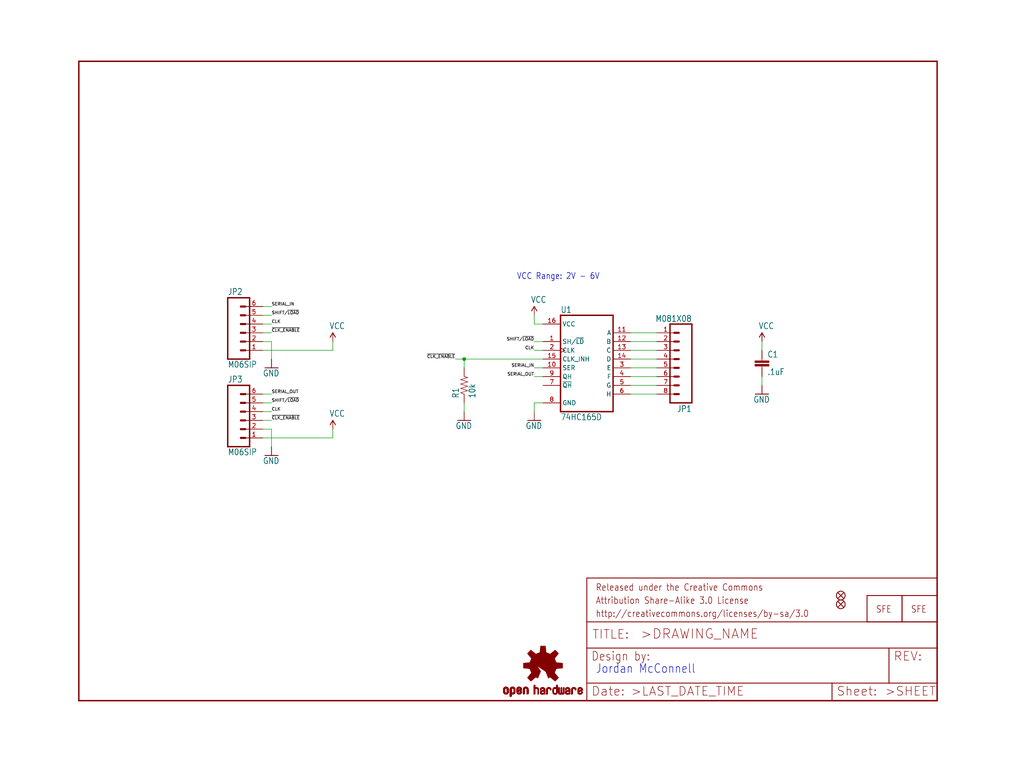
<source format=kicad_sch>
(kicad_sch (version 20211123) (generator eeschema)
  (paper "User" 297.002 223.926)
  (lib_symbols
    (symbol "eagleSchem-eagle-import:74165D"
      (property "Value" "74165D" (at -7.62 -15.24 0))
      (symbol "74165D_1_0"
        (pin input line (at -12.7 7.62 0) (length 5.08) (name "SH/~{LD}") (number "1"))
        (pin input line (at -12.7 0 0) (length 5.08) (name "SER") (number "10"))
        (pin tri_state line (at 12.7 10.16 180) (length 5.08) (name "A") (number "11"))
        (pin tri_state line (at 12.7 7.62 180) (length 5.08) (name "B") (number "12"))
        (pin tri_state line (at 12.7 5.08 180) (length 5.08) (name "C") (number "13"))
        (pin tri_state line (at 12.7 2.54 180) (length 5.08) (name "D") (number "14"))
        (pin input line (at -12.7 2.54 0) (length 5.08) (name "CLK_INH") (number "15"))
        (pin power_in line (at -12.7 12.7 0) (length 5.08) (name "VCC") (number "16"))
        (pin input clock (at -12.7 5.08 0) (length 5.08) (name "CLK") (number "2"))
        (pin tri_state line (at 12.7 0 180) (length 5.08) (name "E") (number "3"))
        (pin tri_state line (at 12.7 -2.54 180) (length 5.08) (name "F") (number "4"))
        (pin tri_state line (at 12.7 -5.08 180) (length 5.08) (name "G") (number "5"))
        (pin tri_state line (at 12.7 -7.62 180) (length 5.08) (name "H") (number "6"))
        (pin input line (at -12.7 -5.08 0) (length 5.08) (name "~{QH}") (number "7"))
        (pin power_in line (at -12.7 -10.16 0) (length 5.08) (name "GND") (number "8"))
        (pin tri_state line (at -12.7 -2.54 0) (length 5.08) (name "QH") (number "9"))
      )
    )
    (symbol "eagleSchem-eagle-import:CAP0402-CAP"
      (property "Reference" "C" (at 1.524 2.921 0))
      (property "Value" "CAP0402-CAP" (at 1.524 -2.159 0))
      (symbol "CAP0402-CAP_1_0"
        (pin passive line (at 0 5.08 270) (length 2.54) (name "1") (number "1"))
        (pin passive line (at 0 -2.54 90) (length 2.54) (name "2") (number "2"))
      )
    )
    (symbol "eagleSchem-eagle-import:FIDUCIALUFIDUCIAL")
    (symbol "eagleSchem-eagle-import:FRAME-LETTER"
      (symbol "FRAME-LETTER_2_0"
        (text ">DRAWING_NAME" (at 15.494 17.78 0) (effects (font (size 2.7432 2.7432)) (justify left bottom)))
        (text ">LAST_DATE_TIME" (at 12.7 1.27 0) (effects (font (size 2.54 2.54)) (justify left bottom)))
        (text ">SHEET" (at 86.36 1.27 0) (effects (font (size 2.54 2.54)) (justify left bottom)))
        (text "Attribution Share-Alike 3.0 License" (at 2.54 27.94 0) (effects (font (size 1.9304 1.6408)) (justify left bottom)))
        (text "Date:" (at 1.27 1.27 0) (effects (font (size 2.54 2.54)) (justify left bottom)))
        (text "Design by:" (at 1.27 11.43 0) (effects (font (size 2.54 2.159)) (justify left bottom)))
        (text "http://creativecommons.org/licenses/by-sa/3.0" (at 2.54 24.13 0) (effects (font (size 1.9304 1.6408)) (justify left bottom)))
        (text "Released under the Creative Commons" (at 2.54 31.75 0) (effects (font (size 1.9304 1.6408)) (justify left bottom)))
        (text "REV:" (at 88.9 11.43 0) (effects (font (size 2.54 2.54)) (justify left bottom)))
        (text "Sheet:" (at 72.39 1.27 0) (effects (font (size 2.54 2.54)) (justify left bottom)))
        (text "TITLE:" (at 1.524 17.78 0) (effects (font (size 2.54 2.54)) (justify left bottom)))
      )
    )
    (symbol "eagleSchem-eagle-import:GND" (power)
      (property "Value" "GND" (at -2.54 -2.54 0))
      (symbol "GND_1_0"
        (pin power_in line (at 0 2.54 270) (length 2.54) (name "GND") (number "1"))
      )
    )
    (symbol "eagleSchem-eagle-import:LOGO-SFENEW"
      (symbol "LOGO-SFENEW_1_0"
        (text "SFE" (at 0 0 0) (effects (font (size 1.9304 1.6408)) (justify left bottom)))
      )
    )
    (symbol "eagleSchem-eagle-import:LOGO-SFESK"
      (symbol "LOGO-SFESK_1_0"
        (text "SFE" (at 0 0 0) (effects (font (size 1.9304 1.6408)) (justify left bottom)))
      )
    )
    (symbol "eagleSchem-eagle-import:M06SIP"
      (property "Reference" "JP" (at -5.08 10.922 0))
      (property "Value" "M06SIP" (at -5.08 -10.16 0))
      (symbol "M06SIP_1_0"
        (pin passive line (at 5.08 -5.08 180) (length 5.08) (name "1") (number "1"))
        (pin passive line (at 5.08 -2.54 180) (length 5.08) (name "2") (number "2"))
        (pin passive line (at 5.08 0 180) (length 5.08) (name "3") (number "3"))
        (pin passive line (at 5.08 2.54 180) (length 5.08) (name "4") (number "4"))
        (pin passive line (at 5.08 5.08 180) (length 5.08) (name "5") (number "5"))
        (pin passive line (at 5.08 7.62 180) (length 5.08) (name "6") (number "6"))
      )
    )
    (symbol "eagleSchem-eagle-import:M081X08"
      (property "Reference" "JP" (at -5.08 13.462 0))
      (property "Value" "M081X08" (at -5.08 -12.7 0))
      (symbol "M081X08_1_0"
        (pin passive line (at 5.08 -7.62 180) (length 5.08) (name "1") (number "1"))
        (pin passive line (at 5.08 -5.08 180) (length 5.08) (name "2") (number "2"))
        (pin passive line (at 5.08 -2.54 180) (length 5.08) (name "3") (number "3"))
        (pin passive line (at 5.08 0 180) (length 5.08) (name "4") (number "4"))
        (pin passive line (at 5.08 2.54 180) (length 5.08) (name "5") (number "5"))
        (pin passive line (at 5.08 5.08 180) (length 5.08) (name "6") (number "6"))
        (pin passive line (at 5.08 7.62 180) (length 5.08) (name "7") (number "7"))
        (pin passive line (at 5.08 10.16 180) (length 5.08) (name "8") (number "8"))
      )
    )
    (symbol "eagleSchem-eagle-import:OSHW-LOGOS")
    (symbol "eagleSchem-eagle-import:RESISTOR0402-RES"
      (property "Reference" "R" (at -3.81 1.4986 0))
      (property "Value" "RESISTOR0402-RES" (at -3.81 -3.302 0))
      (symbol "RESISTOR0402-RES_1_0"
        (pin passive line (at -5.08 0 0) (length 2.54) (name "1") (number "1"))
        (pin passive line (at 5.08 0 180) (length 2.54) (name "2") (number "2"))
      )
    )
    (symbol "eagleSchem-eagle-import:VCC" (power)
      (property "Value" "VCC" (at -1.016 3.556 0))
      (symbol "VCC_1_0"
        (pin power_in line (at 0 0 90) (length 2.54) (name "VCC") (number "1"))
      )
    )
  )
  (junction (at 134.62 104.14))
  (wire (pts (xy 76.2 119.38) (xy 78.74 119.38)))
  (wire (pts (xy 96.52 101.6) (xy 76.2 101.6)))
  (wire (pts (xy 96.52 127) (xy 96.52 124.46)))
  (wire (pts (xy 182.88 114.3) (xy 190.5 114.3)))
  (wire (pts (xy 76.2 88.9) (xy 78.74 88.9)))
  (wire (pts (xy 76.2 121.92) (xy 78.74 121.92)))
  (wire (pts (xy 76.2 91.44) (xy 78.74 91.44)))
  (wire (pts (xy 182.88 101.6) (xy 190.5 101.6)))
  (wire (pts (xy 76.2 116.84) (xy 78.74 116.84)))
  (wire (pts (xy 76.2 127) (xy 96.52 127)))
  (wire (pts (xy 182.88 104.14) (xy 190.5 104.14)))
  (wire (pts (xy 76.2 114.3) (xy 78.74 114.3)))
  (wire (pts (xy 96.52 99.06) (xy 96.52 101.6)))
  (wire (pts (xy 154.94 93.98) (xy 154.94 91.44)))
  (wire (pts (xy 76.2 124.46) (xy 78.74 124.46)))
  (wire (pts (xy 182.88 106.68) (xy 190.5 106.68)))
  (wire (pts (xy 134.62 104.14) (xy 132.08 104.14)))
  (wire (pts (xy 78.74 99.06) (xy 76.2 99.06)))
  (wire (pts (xy 78.74 124.46) (xy 78.74 129.54)))
  (wire (pts (xy 76.2 96.52) (xy 78.74 96.52)))
  (wire (pts (xy 157.48 99.06) (xy 154.94 99.06)))
  (wire (pts (xy 134.62 106.68) (xy 134.62 104.14)))
  (wire (pts (xy 157.48 101.6) (xy 154.94 101.6)))
  (wire (pts (xy 182.88 109.22) (xy 190.5 109.22)))
  (wire (pts (xy 220.98 101.6) (xy 220.98 99.06)))
  (wire (pts (xy 76.2 93.98) (xy 78.74 93.98)))
  (wire (pts (xy 154.94 116.84) (xy 157.48 116.84)))
  (wire (pts (xy 157.48 106.68) (xy 154.94 106.68)))
  (wire (pts (xy 78.74 104.14) (xy 78.74 99.06)))
  (wire (pts (xy 154.94 119.38) (xy 154.94 116.84)))
  (wire (pts (xy 134.62 119.38) (xy 134.62 116.84)))
  (wire (pts (xy 157.48 109.22) (xy 154.94 109.22)))
  (wire (pts (xy 182.88 111.76) (xy 190.5 111.76)))
  (wire (pts (xy 157.48 104.14) (xy 134.62 104.14)))
  (wire (pts (xy 157.48 93.98) (xy 154.94 93.98)))
  (wire (pts (xy 182.88 99.06) (xy 190.5 99.06)))
  (wire (pts (xy 220.98 111.76) (xy 220.98 109.22)))
  (wire (pts (xy 182.88 96.52) (xy 190.5 96.52)))
  (text "VCC Range: 2V - 6V" (at 149.86 81.28 180) (effects (font (size 1.778 1.5113)) (justify left bottom)))
  (text "Jordan McConnell" (at 172.72 195.58 180) (effects (font (size 2.54 2.159)) (justify left bottom)))
  (label "SERIAL_OUT" (at 78.74 114.3 0) (effects (font (size 0.889 0.889))))
  (label "SHIFT/~{LOAD}" (at 154.94 99.06 180) (effects (font (size 0.889 0.889))))
  (label "~{CLK_ENABLE}" (at 132.08 104.14 180) (effects (font (size 0.889 0.889))))
  (label "~{CLK_ENABLE}" (at 78.74 96.52 0) (effects (font (size 0.889 0.889))))
  (label "SERIAL_IN" (at 78.74 88.9 0) (effects (font (size 0.889 0.889))))
  (label "SHIFT/~{LOAD}" (at 78.74 116.84 0) (effects (font (size 0.889 0.889))))
  (label "CLK" (at 78.74 119.38 0) (effects (font (size 0.889 0.889))))
  (label "CLK" (at 78.74 93.98 0) (effects (font (size 0.889 0.889))))
  (label "CLK" (at 154.94 101.6 180) (effects (font (size 0.889 0.889))))
  (label "SERIAL_IN" (at 154.94 106.68 180) (effects (font (size 0.889 0.889))))
  (label "~{CLK_ENABLE}" (at 78.74 121.92 0) (effects (font (size 0.889 0.889))))
  (label "SERIAL_OUT" (at 154.94 109.22 180) (effects (font (size 0.889 0.889))))
  (label "SHIFT/~{LOAD}" (at 78.74 91.44 0) (effects (font (size 0.889 0.889))))
  (symbol (lib_id "eagleSchem-eagle-import:CAP0402-CAP") (at 220.98 106.68 0) (unit 1)
    (property "Reference" "C1" (at 222.504 103.759 0) (effects (font (size 1.778 1.5113)) (justify left bottom)))
    (property "Value" ".1uF" (at 222.504 108.839 0) (effects (font (size 1.778 1.5113)) (justify left bottom)))
    (property "Footprint" "eagleSchem:0402-CAP" (effects hide))
  )
  (symbol (lib_id "eagleSchem-eagle-import:FRAME-LETTER") (at 170.18 203.2 0) (unit 2)
    (property "Reference" "FRAME1" (effects hide))
    (property "Value" "FRAME-LETTER" (effects hide))
    (property "Footprint" "eagleSchem:CREATIVE_COMMONS" (effects hide))
  )
  (symbol (lib_id "eagleSchem-eagle-import:VCC") (at 154.94 91.44 0) (unit 1)
    (property "Reference" "#P+1" (effects hide))
    (property "Value" "VCC" (at 153.924 87.884 0) (effects (font (size 1.778 1.5113)) (justify left bottom)))
    (property "Footprint" "eagleSchem:" (effects hide))
  )
  (symbol (lib_id "eagleSchem-eagle-import:GND") (at 134.62 121.92 0) (unit 1)
    (property "Reference" "#GND5" (effects hide))
    (property "Value" "GND" (at 132.08 124.46 0) (effects (font (size 1.778 1.5113)) (justify left bottom)))
    (property "Footprint" "eagleSchem:" (effects hide))
  )
  (symbol (lib_id "eagleSchem-eagle-import:M06SIP") (at 71.12 96.52 0) (unit 1)
    (property "Reference" "JP2" (at 66.04 85.598 0) (effects (font (size 1.778 1.5113)) (justify left bottom)))
    (property "Value" "M06SIP" (at 66.04 106.68 0) (effects (font (size 1.778 1.5113)) (justify left bottom)))
    (property "Footprint" "eagleSchem:1X06" (effects hide))
  )
  (symbol (lib_id "eagleSchem-eagle-import:LOGO-SFENEW") (at 254 177.8 0) (unit 1)
    (property "Reference" "JP5" (effects hide))
    (property "Value" "LOGO-SFENEW" (effects hide))
    (property "Footprint" "eagleSchem:SFE-NEW-WEBLOGO" (effects hide))
  )
  (symbol (lib_id "eagleSchem-eagle-import:VCC") (at 220.98 99.06 0) (unit 1)
    (property "Reference" "#P+4" (effects hide))
    (property "Value" "VCC" (at 219.964 95.504 0) (effects (font (size 1.778 1.5113)) (justify left bottom)))
    (property "Footprint" "eagleSchem:" (effects hide))
  )
  (symbol (lib_id "eagleSchem-eagle-import:FIDUCIALUFIDUCIAL") (at 243.84 172.72 0) (unit 1)
    (property "Reference" "JP6" (effects hide))
    (property "Value" "FIDUCIALUFIDUCIAL" (effects hide))
    (property "Footprint" "eagleSchem:MICRO-FIDUCIAL" (effects hide))
  )
  (symbol (lib_id "eagleSchem-eagle-import:VCC") (at 96.52 99.06 0) (unit 1)
    (property "Reference" "#P+3" (effects hide))
    (property "Value" "VCC" (at 95.504 95.504 0) (effects (font (size 1.778 1.5113)) (justify left bottom)))
    (property "Footprint" "eagleSchem:" (effects hide))
  )
  (symbol (lib_id "eagleSchem-eagle-import:RESISTOR0402-RES") (at 134.62 111.76 90) (unit 1)
    (property "Reference" "R1" (at 133.1214 115.57 0) (effects (font (size 1.778 1.5113)) (justify left bottom)))
    (property "Value" "10k" (at 137.922 115.57 0) (effects (font (size 1.778 1.5113)) (justify left bottom)))
    (property "Footprint" "eagleSchem:0402-RES" (effects hide))
  )
  (symbol (lib_id "eagleSchem-eagle-import:M081X08") (at 195.58 104.14 180) (unit 1)
    (property "Reference" "JP1" (at 200.66 117.602 0) (effects (font (size 1.778 1.5113)) (justify left bottom)))
    (property "Value" "M081X08" (at 200.66 91.44 0) (effects (font (size 1.778 1.5113)) (justify left bottom)))
    (property "Footprint" "eagleSchem:1X08" (effects hide))
  )
  (symbol (lib_id "eagleSchem-eagle-import:74165D") (at 170.18 106.68 0) (unit 1)
    (property "Reference" "U1" (at 162.56 90.805 0) (effects (font (size 1.778 1.5113)) (justify left bottom)))
    (property "Value" "74HC165D" (at 162.56 121.92 0) (effects (font (size 1.778 1.5113)) (justify left bottom)))
    (property "Footprint" "eagleSchem:SO16" (effects hide))
  )
  (symbol (lib_id "eagleSchem-eagle-import:OSHW-LOGOS") (at 157.48 193.04 0) (unit 1)
    (property "Reference" "U$1" (effects hide))
    (property "Value" "OSHW-LOGOS" (effects hide))
    (property "Footprint" "eagleSchem:OSHW-LOGO-S" (effects hide))
  )
  (symbol (lib_id "eagleSchem-eagle-import:VCC") (at 96.52 124.46 0) (unit 1)
    (property "Reference" "#P+2" (effects hide))
    (property "Value" "VCC" (at 95.504 120.904 0) (effects (font (size 1.778 1.5113)) (justify left bottom)))
    (property "Footprint" "eagleSchem:" (effects hide))
  )
  (symbol (lib_id "eagleSchem-eagle-import:M06SIP") (at 71.12 121.92 0) (unit 1)
    (property "Reference" "JP3" (at 66.04 110.998 0) (effects (font (size 1.778 1.5113)) (justify left bottom)))
    (property "Value" "M06SIP" (at 66.04 132.08 0) (effects (font (size 1.778 1.5113)) (justify left bottom)))
    (property "Footprint" "eagleSchem:1X06" (effects hide))
  )
  (symbol (lib_id "eagleSchem-eagle-import:GND") (at 154.94 121.92 0) (unit 1)
    (property "Reference" "#GND1" (effects hide))
    (property "Value" "GND" (at 152.4 124.46 0) (effects (font (size 1.778 1.5113)) (justify left bottom)))
    (property "Footprint" "eagleSchem:" (effects hide))
  )
  (symbol (lib_id "eagleSchem-eagle-import:FRAME-LETTER") (at 22.86 203.2 0) (unit 1)
    (property "Reference" "FRAME1" (effects hide))
    (property "Value" "FRAME-LETTER" (effects hide))
    (property "Footprint" "eagleSchem:CREATIVE_COMMONS" (effects hide))
  )
  (symbol (lib_id "eagleSchem-eagle-import:GND") (at 220.98 114.3 0) (unit 1)
    (property "Reference" "#GND4" (effects hide))
    (property "Value" "GND" (at 218.44 116.84 0) (effects (font (size 1.778 1.5113)) (justify left bottom)))
    (property "Footprint" "eagleSchem:" (effects hide))
  )
  (symbol (lib_id "eagleSchem-eagle-import:LOGO-SFESK") (at 264.16 177.8 0) (unit 1)
    (property "Reference" "JP4" (effects hide))
    (property "Value" "LOGO-SFESK" (effects hide))
    (property "Footprint" "eagleSchem:SFE-LOGO-FLAME" (effects hide))
  )
  (symbol (lib_id "eagleSchem-eagle-import:GND") (at 78.74 106.68 0) (unit 1)
    (property "Reference" "#GND3" (effects hide))
    (property "Value" "GND" (at 76.2 109.22 0) (effects (font (size 1.778 1.5113)) (justify left bottom)))
    (property "Footprint" "eagleSchem:" (effects hide))
  )
  (symbol (lib_id "eagleSchem-eagle-import:GND") (at 78.74 132.08 0) (unit 1)
    (property "Reference" "#GND2" (effects hide))
    (property "Value" "GND" (at 76.2 134.62 0) (effects (font (size 1.778 1.5113)) (justify left bottom)))
    (property "Footprint" "eagleSchem:" (effects hide))
  )
  (symbol (lib_id "eagleSchem-eagle-import:FIDUCIALUFIDUCIAL") (at 243.84 175.26 0) (unit 1)
    (property "Reference" "JP7" (effects hide))
    (property "Value" "FIDUCIALUFIDUCIAL" (effects hide))
    (property "Footprint" "eagleSchem:MICRO-FIDUCIAL" (effects hide))
  )
)
</source>
